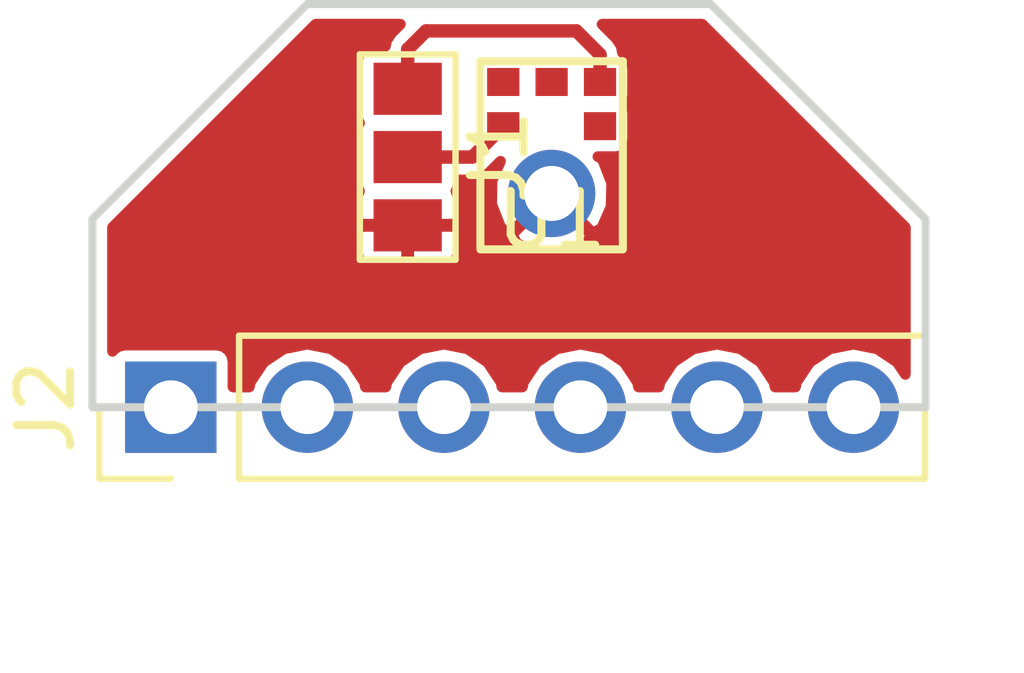
<source format=kicad_pcb>
(kicad_pcb (version 4) (host pcbnew 4.0.6)

  (general
    (links 3)
    (no_connects 3)
    (area 128.424999 106.424999 144.075001 114.075001)
    (thickness 1.6)
    (drawings 6)
    (tracks 7)
    (zones 0)
    (modules 3)
    (nets 4)
  )

  (page A4)
  (layers
    (0 F.Cu signal)
    (31 B.Cu signal)
    (32 B.Adhes user)
    (33 F.Adhes user)
    (34 B.Paste user)
    (35 F.Paste user)
    (36 B.SilkS user)
    (37 F.SilkS user)
    (38 B.Mask user)
    (39 F.Mask user)
    (40 Dwgs.User user)
    (41 Cmts.User user)
    (42 Eco1.User user)
    (43 Eco2.User user)
    (44 Edge.Cuts user)
    (45 Margin user)
    (46 B.CrtYd user)
    (47 F.CrtYd user)
    (48 B.Fab user)
    (49 F.Fab user)
  )

  (setup
    (last_trace_width 0.25)
    (trace_clearance 0.2)
    (zone_clearance 0.508)
    (zone_45_only no)
    (trace_min 0.2)
    (segment_width 0.2)
    (edge_width 0.15)
    (via_size 0.6)
    (via_drill 0.4)
    (via_min_size 0.4)
    (via_min_drill 0.3)
    (uvia_size 0.3)
    (uvia_drill 0.1)
    (uvias_allowed no)
    (uvia_min_size 0.2)
    (uvia_min_drill 0.1)
    (pcb_text_width 0.3)
    (pcb_text_size 1.5 1.5)
    (mod_edge_width 0.15)
    (mod_text_size 1 1)
    (mod_text_width 0.15)
    (pad_size 1.524 1.524)
    (pad_drill 0.762)
    (pad_to_mask_clearance 0.2)
    (aux_axis_origin 0 0)
    (visible_elements FFFFFF7F)
    (pcbplotparams
      (layerselection 0x00030_80000001)
      (usegerberextensions false)
      (excludeedgelayer true)
      (linewidth 0.100000)
      (plotframeref false)
      (viasonmask false)
      (mode 1)
      (useauxorigin false)
      (hpglpennumber 1)
      (hpglpenspeed 20)
      (hpglpendiameter 15)
      (hpglpenoverlay 2)
      (psnegative false)
      (psa4output false)
      (plotreference true)
      (plotvalue true)
      (plotinvisibletext false)
      (padsonsilk false)
      (subtractmaskfromsilk false)
      (outputformat 1)
      (mirror false)
      (drillshape 1)
      (scaleselection 1)
      (outputdirectory ""))
  )

  (net 0 "")
  (net 1 GND)
  (net 2 "Net-(J1-Pad2)")
  (net 3 +3V3)

  (net_class Default "This is the default net class."
    (clearance 0.2)
    (trace_width 0.25)
    (via_dia 0.6)
    (via_drill 0.4)
    (uvia_dia 0.3)
    (uvia_drill 0.1)
    (add_net +3V3)
    (add_net GND)
    (add_net "Net-(J1-Pad2)")
  )

  (module Connect:GS3 (layer F.Cu) (tedit 58613494) (tstamp 5996031A)
    (at 134.366 109.347 180)
    (descr "3-pin solder bridge")
    (tags "solder bridge")
    (path /599623BE)
    (attr smd)
    (fp_text reference J1 (at -1.7 0 270) (layer F.SilkS)
      (effects (font (size 1 1) (thickness 0.15)))
    )
    (fp_text value GS3 (at 1.8 0 270) (layer F.Fab)
      (effects (font (size 1 1) (thickness 0.15)))
    )
    (fp_line (start -1.15 -2.15) (end 1.15 -2.15) (layer F.CrtYd) (width 0.05))
    (fp_line (start 1.15 -2.15) (end 1.15 2.15) (layer F.CrtYd) (width 0.05))
    (fp_line (start 1.15 2.15) (end -1.15 2.15) (layer F.CrtYd) (width 0.05))
    (fp_line (start -1.15 2.15) (end -1.15 -2.15) (layer F.CrtYd) (width 0.05))
    (fp_line (start -0.89 -1.91) (end -0.89 1.91) (layer F.SilkS) (width 0.12))
    (fp_line (start -0.89 1.91) (end 0.89 1.91) (layer F.SilkS) (width 0.12))
    (fp_line (start 0.89 1.91) (end 0.89 -1.91) (layer F.SilkS) (width 0.12))
    (fp_line (start -0.89 -1.91) (end 0.89 -1.91) (layer F.SilkS) (width 0.12))
    (pad 1 smd rect (at 0 -1.27 180) (size 1.27 0.97) (layers F.Cu F.Paste F.Mask)
      (net 1 GND))
    (pad 2 smd rect (at 0 0 180) (size 1.27 0.97) (layers F.Cu F.Paste F.Mask)
      (net 2 "Net-(J1-Pad2)"))
    (pad 3 smd rect (at 0 1.27 180) (size 1.27 0.97) (layers F.Cu F.Paste F.Mask)
      (net 3 +3V3))
  )

  (module Pin_Headers:Pin_Header_Straight_1x06_Pitch2.54mm (layer F.Cu) (tedit 59650532) (tstamp 59960324)
    (at 129.96 114 90)
    (descr "Through hole straight pin header, 1x06, 2.54mm pitch, single row")
    (tags "Through hole pin header THT 1x06 2.54mm single row")
    (path /59962438)
    (fp_text reference J2 (at 0 -2.33 90) (layer F.SilkS)
      (effects (font (size 1 1) (thickness 0.15)))
    )
    (fp_text value CONN_01X06 (at 0 15.03 90) (layer F.Fab)
      (effects (font (size 1 1) (thickness 0.15)))
    )
    (fp_line (start -0.635 -1.27) (end 1.27 -1.27) (layer F.Fab) (width 0.1))
    (fp_line (start 1.27 -1.27) (end 1.27 13.97) (layer F.Fab) (width 0.1))
    (fp_line (start 1.27 13.97) (end -1.27 13.97) (layer F.Fab) (width 0.1))
    (fp_line (start -1.27 13.97) (end -1.27 -0.635) (layer F.Fab) (width 0.1))
    (fp_line (start -1.27 -0.635) (end -0.635 -1.27) (layer F.Fab) (width 0.1))
    (fp_line (start -1.33 14.03) (end 1.33 14.03) (layer F.SilkS) (width 0.12))
    (fp_line (start -1.33 1.27) (end -1.33 14.03) (layer F.SilkS) (width 0.12))
    (fp_line (start 1.33 1.27) (end 1.33 14.03) (layer F.SilkS) (width 0.12))
    (fp_line (start -1.33 1.27) (end 1.33 1.27) (layer F.SilkS) (width 0.12))
    (fp_line (start -1.33 0) (end -1.33 -1.33) (layer F.SilkS) (width 0.12))
    (fp_line (start -1.33 -1.33) (end 0 -1.33) (layer F.SilkS) (width 0.12))
    (fp_line (start -1.8 -1.8) (end -1.8 14.5) (layer F.CrtYd) (width 0.05))
    (fp_line (start -1.8 14.5) (end 1.8 14.5) (layer F.CrtYd) (width 0.05))
    (fp_line (start 1.8 14.5) (end 1.8 -1.8) (layer F.CrtYd) (width 0.05))
    (fp_line (start 1.8 -1.8) (end -1.8 -1.8) (layer F.CrtYd) (width 0.05))
    (fp_text user %R (at 0 6.35 180) (layer F.Fab)
      (effects (font (size 1 1) (thickness 0.15)))
    )
    (pad 1 thru_hole rect (at 0 0 90) (size 1.7 1.7) (drill 1) (layers *.Cu *.Mask))
    (pad 2 thru_hole oval (at 0 2.54 90) (size 1.7 1.7) (drill 1) (layers *.Cu *.Mask))
    (pad 3 thru_hole oval (at 0 5.08 90) (size 1.7 1.7) (drill 1) (layers *.Cu *.Mask))
    (pad 4 thru_hole oval (at 0 7.62 90) (size 1.7 1.7) (drill 1) (layers *.Cu *.Mask))
    (pad 5 thru_hole oval (at 0 10.16 90) (size 1.7 1.7) (drill 1) (layers *.Cu *.Mask))
    (pad 6 thru_hole oval (at 0 12.7 90) (size 1.7 1.7) (drill 1) (layers *.Cu *.Mask))
  )

  (module sph0645_libs:SPH_I2S (layer F.Cu) (tedit 5937A6C1) (tstamp 5996032E)
    (at 137.044 110.024)
    (path /59962341)
    (fp_text reference U1 (at 0 0.5) (layer F.SilkS)
      (effects (font (size 1 1) (thickness 0.15)))
    )
    (fp_text value SPH0645LM4H-B (at 0 -0.5) (layer F.Fab)
      (effects (font (size 1 1) (thickness 0.15)))
    )
    (fp_line (start -1.325 -2.46) (end 1.325 -2.46) (layer F.SilkS) (width 0.15))
    (fp_line (start 1.325 -2.46) (end 1.325 1) (layer F.SilkS) (width 0.15))
    (fp_line (start -1.325 1.04) (end 1.325 1.04) (layer F.SilkS) (width 0.15))
    (fp_line (start -1.325 1) (end -1.325 -2.46) (layer F.SilkS) (width 0.15))
    (pad 3 thru_hole circle (at 0 0) (size 1.624 1.624) (drill 1.024) (layers *.Cu *.Mask)
      (net 1 GND))
    (pad 1 smd rect (at -0.9 -2.074) (size 0.6 0.522) (layers F.Cu F.Paste F.Mask))
    (pad 2 smd rect (at -0.9 -1.252) (size 0.6 0.522) (layers F.Cu F.Paste F.Mask)
      (net 2 "Net-(J1-Pad2)"))
    (pad 4 smd rect (at 0.9 -1.252) (size 0.6 0.522) (layers F.Cu F.Paste F.Mask))
    (pad 5 smd rect (at 0.9 -2.074) (size 0.6 0.522) (layers F.Cu F.Paste F.Mask)
      (net 3 +3V3))
    (pad 6 smd rect (at 0 -2.074) (size 0.6 0.522) (layers F.Cu F.Paste F.Mask))
    (model ../../../../../../Users/Samsung/Documents/KiCad/ZeroPhone-Mod-PCBs/sph0645_breakout/sph0645_libs/SPH_I2S.wrl
      (at (xyz 0 0 0))
      (scale (xyz 1 1 1))
      (rotate (xyz 0 0 0))
    )
  )

  (gr_line (start 132.5 106.5) (end 140 106.5) (layer Edge.Cuts) (width 0.15))
  (gr_line (start 144 110.5) (end 140 106.5) (layer Edge.Cuts) (width 0.15))
  (gr_line (start 144 114) (end 144 110.5) (layer Edge.Cuts) (width 0.15))
  (gr_line (start 128.5 110.5) (end 132.5 106.5) (layer Edge.Cuts) (width 0.15))
  (gr_line (start 128.5 114) (end 128.5 110.5) (layer Edge.Cuts) (width 0.15))
  (gr_line (start 128.5 114) (end 144 114) (layer Edge.Cuts) (width 0.15))

  (segment (start 134.366 109.347) (end 135.569 109.347) (width 0.25) (layer F.Cu) (net 2))
  (segment (start 135.569 109.347) (end 136.144 108.772) (width 0.25) (layer F.Cu) (net 2))
  (segment (start 137.944 107.95) (end 137.944 107.439) (width 0.25) (layer F.Cu) (net 3))
  (segment (start 137.944 107.439) (end 137.505 107) (width 0.25) (layer F.Cu) (net 3))
  (segment (start 137.505 107) (end 134.708 107) (width 0.25) (layer F.Cu) (net 3))
  (segment (start 134.708 107) (end 134.366 107.342) (width 0.25) (layer F.Cu) (net 3))
  (segment (start 134.366 107.342) (end 134.366 108.077) (width 0.25) (layer F.Cu) (net 3))

  (zone (net 1) (net_name GND) (layer F.Cu) (tstamp 0) (hatch edge 0.508)
    (connect_pads (clearance 0.2))
    (min_thickness 0.2)
    (fill yes (arc_segments 16) (thermal_gap 0.2) (thermal_bridge_width 0.24))
    (polygon
      (pts
        (xy 128.5 106.5) (xy 144 106.5) (xy 144 115.5) (xy 128.5 115.5)
      )
    )
    (filled_polygon
      (pts
        (xy 134.06548 107.04148) (xy 133.973351 107.179359) (xy 133.973351 107.17936) (xy 133.952115 107.286123) (xy 133.731 107.286123)
        (xy 133.619827 107.307042) (xy 133.517721 107.372745) (xy 133.449222 107.472997) (xy 133.425123 107.592) (xy 133.425123 108.562)
        (xy 133.446042 108.673173) (xy 133.470723 108.711529) (xy 133.449222 108.742997) (xy 133.425123 108.862) (xy 133.425123 109.832)
        (xy 133.446042 109.943173) (xy 133.469437 109.97953) (xy 133.431 110.072327) (xy 133.431 110.522) (xy 133.506 110.597)
        (xy 134.346 110.597) (xy 134.346 110.577) (xy 134.386 110.577) (xy 134.386 110.597) (xy 135.226 110.597)
        (xy 135.301 110.522) (xy 135.301 110.072327) (xy 135.262836 109.98019) (xy 135.282778 109.951003) (xy 135.306877 109.832)
        (xy 135.306877 109.772) (xy 135.569 109.772) (xy 135.704657 109.745016) (xy 135.731641 109.739649) (xy 135.86952 109.64752)
        (xy 136.093119 109.423921) (xy 135.937043 109.778811) (xy 135.927476 110.221089) (xy 136.087888 110.633362) (xy 136.115135 110.674139)
        (xy 136.281317 110.758398) (xy 137.015716 110.024) (xy 137.001573 110.009858) (xy 137.029858 109.981573) (xy 137.044 109.995716)
        (xy 137.058142 109.981573) (xy 137.086427 110.009858) (xy 137.072284 110.024) (xy 137.806683 110.758398) (xy 137.972865 110.674139)
        (xy 138.150957 110.269189) (xy 138.160524 109.826911) (xy 138.000112 109.414638) (xy 137.972865 109.373861) (xy 137.903867 109.338877)
        (xy 138.244 109.338877) (xy 138.355173 109.317958) (xy 138.457279 109.252255) (xy 138.525778 109.152003) (xy 138.549877 109.033)
        (xy 138.549877 108.511) (xy 138.528958 108.399827) (xy 138.504277 108.361471) (xy 138.525778 108.330003) (xy 138.549877 108.211)
        (xy 138.549877 107.689) (xy 138.528958 107.577827) (xy 138.463255 107.475721) (xy 138.363003 107.407222) (xy 138.362665 107.407154)
        (xy 138.336649 107.27636) (xy 138.336649 107.276359) (xy 138.244521 107.13848) (xy 137.98104 106.875) (xy 139.84467 106.875)
        (xy 143.625 110.65533) (xy 143.625 113.391523) (xy 143.473173 113.164297) (xy 143.100086 112.915009) (xy 142.66 112.82747)
        (xy 142.219914 112.915009) (xy 141.846827 113.164297) (xy 141.597539 113.537384) (xy 141.580111 113.625) (xy 141.199889 113.625)
        (xy 141.182461 113.537384) (xy 140.933173 113.164297) (xy 140.560086 112.915009) (xy 140.12 112.82747) (xy 139.679914 112.915009)
        (xy 139.306827 113.164297) (xy 139.057539 113.537384) (xy 139.040111 113.625) (xy 138.659889 113.625) (xy 138.642461 113.537384)
        (xy 138.393173 113.164297) (xy 138.020086 112.915009) (xy 137.58 112.82747) (xy 137.139914 112.915009) (xy 136.766827 113.164297)
        (xy 136.517539 113.537384) (xy 136.500111 113.625) (xy 136.119889 113.625) (xy 136.102461 113.537384) (xy 135.853173 113.164297)
        (xy 135.480086 112.915009) (xy 135.04 112.82747) (xy 134.599914 112.915009) (xy 134.226827 113.164297) (xy 133.977539 113.537384)
        (xy 133.960111 113.625) (xy 133.579889 113.625) (xy 133.562461 113.537384) (xy 133.313173 113.164297) (xy 132.940086 112.915009)
        (xy 132.5 112.82747) (xy 132.059914 112.915009) (xy 131.686827 113.164297) (xy 131.437539 113.537384) (xy 131.420111 113.625)
        (xy 131.115877 113.625) (xy 131.115877 113.15) (xy 131.094958 113.038827) (xy 131.029255 112.936721) (xy 130.929003 112.868222)
        (xy 130.81 112.844123) (xy 129.11 112.844123) (xy 128.998827 112.865042) (xy 128.896721 112.930745) (xy 128.875 112.962535)
        (xy 128.875 110.712) (xy 133.431 110.712) (xy 133.431 111.161673) (xy 133.476672 111.271936) (xy 133.561063 111.356328)
        (xy 133.671326 111.402) (xy 134.271 111.402) (xy 134.346 111.327) (xy 134.346 110.637) (xy 134.386 110.637)
        (xy 134.386 111.327) (xy 134.461 111.402) (xy 135.060674 111.402) (xy 135.170937 111.356328) (xy 135.255328 111.271936)
        (xy 135.301 111.161673) (xy 135.301 110.786683) (xy 136.309602 110.786683) (xy 136.393861 110.952865) (xy 136.798811 111.130957)
        (xy 137.241089 111.140524) (xy 137.653362 110.980112) (xy 137.694139 110.952865) (xy 137.778398 110.786683) (xy 137.044 110.052284)
        (xy 136.309602 110.786683) (xy 135.301 110.786683) (xy 135.301 110.712) (xy 135.226 110.637) (xy 134.386 110.637)
        (xy 134.346 110.637) (xy 133.506 110.637) (xy 133.431 110.712) (xy 128.875 110.712) (xy 128.875 110.65533)
        (xy 132.65533 106.875) (xy 134.23196 106.875)
      )
    )
  )
)

</source>
